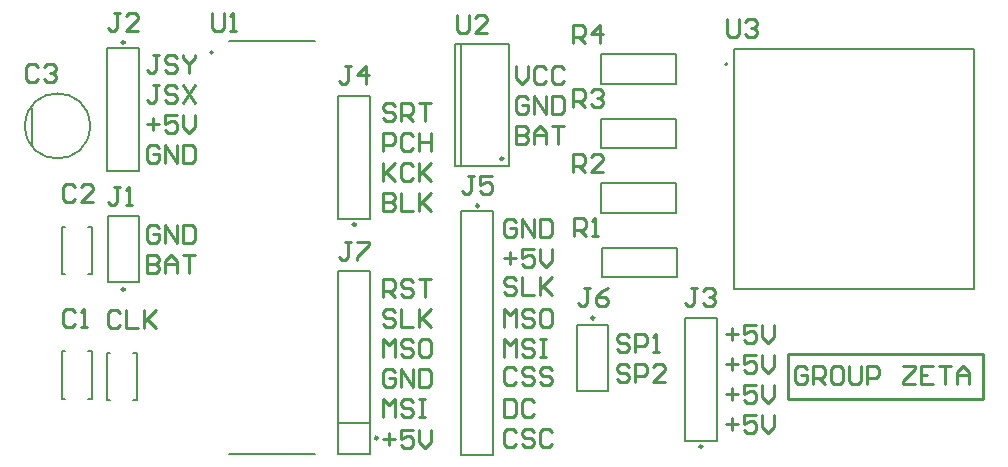
<source format=gto>
G04*
G04 #@! TF.GenerationSoftware,Altium Limited,Altium Designer,25.2.1 (25)*
G04*
G04 Layer_Color=65535*
%FSLAX25Y25*%
%MOIN*%
G70*
G04*
G04 #@! TF.SameCoordinates,D5E538CD-2188-41BB-B8E0-149CA04C5D28*
G04*
G04*
G04 #@! TF.FilePolarity,Positive*
G04*
G01*
G75*
%ADD10C,0.00787*%
%ADD11C,0.00984*%
%ADD12C,0.00591*%
%ADD13C,0.01000*%
%ADD14C,0.00500*%
D10*
X237874Y135000D02*
G03*
X237874Y135000I-394J0D01*
G01*
X66315Y139000D02*
G03*
X66315Y139000I-394J0D01*
G01*
X195783Y107079D02*
Y116921D01*
Y107079D02*
X220587D01*
Y116921D01*
X195783D02*
X220587D01*
X196098Y64079D02*
Y73921D01*
Y64079D02*
X220902D01*
Y73921D01*
X196098D02*
X220902D01*
X195783Y85579D02*
Y95421D01*
Y85579D02*
X220587D01*
Y95421D01*
X195783D02*
X220587D01*
X195783Y128579D02*
Y138421D01*
Y128579D02*
X220587D01*
Y138421D01*
X195783D02*
X220587D01*
X31303Y62516D02*
X41697D01*
Y84484D01*
X31303D02*
X41697D01*
X31303Y62516D02*
Y84484D01*
X149051Y101028D02*
Y141972D01*
X147083Y101028D02*
X165193D01*
Y141972D01*
X147083D02*
X165193D01*
X147083Y101028D02*
Y141972D01*
X6000Y108594D02*
Y120406D01*
X234295Y9409D02*
Y50591D01*
X223705Y9409D02*
X234295D01*
X223705D02*
Y50591D01*
X234295D01*
X31205Y99409D02*
Y140591D01*
X41795D01*
Y99409D02*
Y140591D01*
X31205Y99409D02*
X41795D01*
X16079Y65126D02*
X17161D01*
X24839D02*
X25921D01*
Y80874D01*
X16079D02*
X17161D01*
X24839D02*
X25921D01*
X16079Y65126D02*
Y80874D01*
X118795Y83409D02*
Y124591D01*
X108205Y83409D02*
X118795D01*
X108205D02*
Y124591D01*
X118795D01*
X31079Y23126D02*
X32161D01*
X39839D02*
X40921D01*
Y38874D01*
X31079D02*
X32161D01*
X39839D02*
X40921D01*
X31079Y23126D02*
Y38874D01*
X149205Y4909D02*
Y86091D01*
X159795D01*
Y4909D02*
Y86091D01*
X149205Y4909D02*
X159795D01*
X108106Y15500D02*
X118894D01*
X108106Y5008D02*
X118894D01*
Y65992D01*
X108106D02*
X118894D01*
X108106Y5008D02*
Y65992D01*
X16079Y23626D02*
X17161D01*
X24839D02*
X25921D01*
Y39374D01*
X16079D02*
X17161D01*
X24839D02*
X25921D01*
X16079Y23626D02*
Y39374D01*
X187803Y47984D02*
X198197D01*
X187803Y26016D02*
Y47984D01*
Y26016D02*
X198197D01*
Y47984D01*
D11*
X36992Y60016D02*
G03*
X36992Y60016I-492J0D01*
G01*
X163126Y103587D02*
G03*
X163126Y103587I-492J0D01*
G01*
X229492Y7638D02*
G03*
X229492Y7638I-492J0D01*
G01*
X36992Y142362D02*
G03*
X36992Y142362I-492J0D01*
G01*
X113992Y81638D02*
G03*
X113992Y81638I-492J0D01*
G01*
X154992Y87862D02*
G03*
X154992Y87862I-492J0D01*
G01*
X121276Y10500D02*
G03*
X121276Y10500I-492J0D01*
G01*
X193492Y50484D02*
G03*
X193492Y50484I-492J0D01*
G01*
D12*
X25390Y114500D02*
G03*
X25390Y114500I-10827J0D01*
G01*
D13*
X258000Y23500D02*
X323000D01*
X258000Y38500D02*
X323000D01*
Y23500D02*
Y38500D01*
X258000Y23500D02*
Y38500D01*
X167500Y134498D02*
Y130499D01*
X169499Y128500D01*
X171499Y130499D01*
Y134498D01*
X177497Y133498D02*
X176497Y134498D01*
X174498D01*
X173498Y133498D01*
Y129500D01*
X174498Y128500D01*
X176497D01*
X177497Y129500D01*
X183495Y133498D02*
X182495Y134498D01*
X180496D01*
X179496Y133498D01*
Y129500D01*
X180496Y128500D01*
X182495D01*
X183495Y129500D01*
X123000Y101998D02*
Y96000D01*
Y97999D01*
X126999Y101998D01*
X124000Y98999D01*
X126999Y96000D01*
X132997Y100998D02*
X131997Y101998D01*
X129998D01*
X128998Y100998D01*
Y97000D01*
X129998Y96000D01*
X131997D01*
X132997Y97000D01*
X134996Y101998D02*
Y96000D01*
Y97999D01*
X138995Y101998D01*
X135996Y98999D01*
X138995Y96000D01*
X237500Y14999D02*
X241499D01*
X239499Y16998D02*
Y13000D01*
X247497Y17998D02*
X243498D01*
Y14999D01*
X245497Y15999D01*
X246497D01*
X247497Y14999D01*
Y13000D01*
X246497Y12000D01*
X244498D01*
X243498Y13000D01*
X249496Y17998D02*
Y13999D01*
X251496Y12000D01*
X253495Y13999D01*
Y17998D01*
X167499Y32998D02*
X166499Y33998D01*
X164500D01*
X163500Y32998D01*
Y29000D01*
X164500Y28000D01*
X166499D01*
X167499Y29000D01*
X173497Y32998D02*
X172497Y33998D01*
X170498D01*
X169498Y32998D01*
Y31999D01*
X170498Y30999D01*
X172497D01*
X173497Y29999D01*
Y29000D01*
X172497Y28000D01*
X170498D01*
X169498Y29000D01*
X179495Y32998D02*
X178495Y33998D01*
X176496D01*
X175496Y32998D01*
Y31999D01*
X176496Y30999D01*
X178495D01*
X179495Y29999D01*
Y29000D01*
X178495Y28000D01*
X176496D01*
X175496Y29000D01*
X123000Y91998D02*
Y86000D01*
X125999D01*
X126999Y87000D01*
Y87999D01*
X125999Y88999D01*
X123000D01*
X125999D01*
X126999Y89999D01*
Y90998D01*
X125999Y91998D01*
X123000D01*
X128998D02*
Y86000D01*
X132997D01*
X134996Y91998D02*
Y86000D01*
Y87999D01*
X138995Y91998D01*
X135996Y88999D01*
X138995Y86000D01*
X204999Y43998D02*
X203999Y44998D01*
X202000D01*
X201000Y43998D01*
Y42999D01*
X202000Y41999D01*
X203999D01*
X204999Y40999D01*
Y40000D01*
X203999Y39000D01*
X202000D01*
X201000Y40000D01*
X206998Y39000D02*
Y44998D01*
X209997D01*
X210997Y43998D01*
Y41999D01*
X209997Y40999D01*
X206998D01*
X212996Y39000D02*
X214996D01*
X213996D01*
Y44998D01*
X212996Y43998D01*
X171499Y123498D02*
X170499Y124498D01*
X168500D01*
X167500Y123498D01*
Y119500D01*
X168500Y118500D01*
X170499D01*
X171499Y119500D01*
Y121499D01*
X169499D01*
X173498Y118500D02*
Y124498D01*
X177497Y118500D01*
Y124498D01*
X179496D02*
Y118500D01*
X182495D01*
X183495Y119500D01*
Y123498D01*
X182495Y124498D01*
X179496D01*
X163500Y70499D02*
X167499D01*
X165499Y72498D02*
Y68500D01*
X173497Y73498D02*
X169498D01*
Y70499D01*
X171497Y71499D01*
X172497D01*
X173497Y70499D01*
Y68500D01*
X172497Y67500D01*
X170498D01*
X169498Y68500D01*
X175496Y73498D02*
Y69499D01*
X177496Y67500D01*
X179495Y69499D01*
Y73498D01*
X48499Y106998D02*
X47499Y107998D01*
X45500D01*
X44500Y106998D01*
Y103000D01*
X45500Y102000D01*
X47499D01*
X48499Y103000D01*
Y104999D01*
X46499D01*
X50498Y102000D02*
Y107998D01*
X54497Y102000D01*
Y107998D01*
X56496D02*
Y102000D01*
X59495D01*
X60495Y103000D01*
Y106998D01*
X59495Y107998D01*
X56496D01*
X167500Y114498D02*
Y108500D01*
X170499D01*
X171499Y109500D01*
Y110499D01*
X170499Y111499D01*
X167500D01*
X170499D01*
X171499Y112499D01*
Y113498D01*
X170499Y114498D01*
X167500D01*
X173498Y108500D02*
Y112499D01*
X175497Y114498D01*
X177497Y112499D01*
Y108500D01*
Y111499D01*
X173498D01*
X179496Y114498D02*
X183495D01*
X181495D01*
Y108500D01*
X167499Y12498D02*
X166499Y13498D01*
X164500D01*
X163500Y12498D01*
Y8500D01*
X164500Y7500D01*
X166499D01*
X167499Y8500D01*
X173497Y12498D02*
X172497Y13498D01*
X170498D01*
X169498Y12498D01*
Y11499D01*
X170498Y10499D01*
X172497D01*
X173497Y9499D01*
Y8500D01*
X172497Y7500D01*
X170498D01*
X169498Y8500D01*
X179495Y12498D02*
X178495Y13498D01*
X176496D01*
X175496Y12498D01*
Y8500D01*
X176496Y7500D01*
X178495D01*
X179495Y8500D01*
X167499Y82498D02*
X166499Y83498D01*
X164500D01*
X163500Y82498D01*
Y78500D01*
X164500Y77500D01*
X166499D01*
X167499Y78500D01*
Y80499D01*
X165499D01*
X169498Y77500D02*
Y83498D01*
X173497Y77500D01*
Y83498D01*
X175496D02*
Y77500D01*
X178495D01*
X179495Y78500D01*
Y82498D01*
X178495Y83498D01*
X175496D01*
X163500Y47500D02*
Y53498D01*
X165499Y51499D01*
X167499Y53498D01*
Y47500D01*
X173497Y52498D02*
X172497Y53498D01*
X170498D01*
X169498Y52498D01*
Y51499D01*
X170498Y50499D01*
X172497D01*
X173497Y49499D01*
Y48500D01*
X172497Y47500D01*
X170498D01*
X169498Y48500D01*
X178495Y53498D02*
X176496D01*
X175496Y52498D01*
Y48500D01*
X176496Y47500D01*
X178495D01*
X179495Y48500D01*
Y52498D01*
X178495Y53498D01*
X237500Y44999D02*
X241499D01*
X239499Y46998D02*
Y43000D01*
X247497Y47998D02*
X243498D01*
Y44999D01*
X245497Y45999D01*
X246497D01*
X247497Y44999D01*
Y43000D01*
X246497Y42000D01*
X244498D01*
X243498Y43000D01*
X249496Y47998D02*
Y43999D01*
X251496Y42000D01*
X253495Y43999D01*
Y47998D01*
X123000Y106000D02*
Y111998D01*
X125999D01*
X126999Y110998D01*
Y108999D01*
X125999Y107999D01*
X123000D01*
X132997Y110998D02*
X131997Y111998D01*
X129998D01*
X128998Y110998D01*
Y107000D01*
X129998Y106000D01*
X131997D01*
X132997Y107000D01*
X134996Y111998D02*
Y106000D01*
Y108999D01*
X138995D01*
Y111998D01*
Y106000D01*
X237500Y34999D02*
X241499D01*
X239499Y36998D02*
Y33000D01*
X247497Y37998D02*
X243498D01*
Y34999D01*
X245497Y35999D01*
X246497D01*
X247497Y34999D01*
Y33000D01*
X246497Y32000D01*
X244498D01*
X243498Y33000D01*
X249496Y37998D02*
Y33999D01*
X251496Y32000D01*
X253495Y33999D01*
Y37998D01*
X126999Y32498D02*
X125999Y33498D01*
X124000D01*
X123000Y32498D01*
Y28500D01*
X124000Y27500D01*
X125999D01*
X126999Y28500D01*
Y30499D01*
X124999D01*
X128998Y27500D02*
Y33498D01*
X132997Y27500D01*
Y33498D01*
X134996D02*
Y27500D01*
X137995D01*
X138995Y28500D01*
Y32498D01*
X137995Y33498D01*
X134996D01*
X48499Y137998D02*
X46499D01*
X47499D01*
Y133000D01*
X46499Y132000D01*
X45500D01*
X44500Y133000D01*
X54497Y136998D02*
X53497Y137998D01*
X51498D01*
X50498Y136998D01*
Y135999D01*
X51498Y134999D01*
X53497D01*
X54497Y133999D01*
Y133000D01*
X53497Y132000D01*
X51498D01*
X50498Y133000D01*
X56496Y137998D02*
Y136998D01*
X58495Y134999D01*
X60495Y136998D01*
Y137998D01*
X58495Y134999D02*
Y132000D01*
X264499Y33498D02*
X263499Y34498D01*
X261500D01*
X260500Y33498D01*
Y29500D01*
X261500Y28500D01*
X263499D01*
X264499Y29500D01*
Y31499D01*
X262499D01*
X266498Y28500D02*
Y34498D01*
X269497D01*
X270497Y33498D01*
Y31499D01*
X269497Y30499D01*
X266498D01*
X268497D02*
X270497Y28500D01*
X275495Y34498D02*
X273496D01*
X272496Y33498D01*
Y29500D01*
X273496Y28500D01*
X275495D01*
X276495Y29500D01*
Y33498D01*
X275495Y34498D01*
X278494D02*
Y29500D01*
X279494Y28500D01*
X281493D01*
X282493Y29500D01*
Y34498D01*
X284492Y28500D02*
Y34498D01*
X287491D01*
X288491Y33498D01*
Y31499D01*
X287491Y30499D01*
X284492D01*
X296488Y34498D02*
X300487D01*
Y33498D01*
X296488Y29500D01*
Y28500D01*
X300487D01*
X306485Y34498D02*
X302486D01*
Y28500D01*
X306485D01*
X302486Y31499D02*
X304486D01*
X308485Y34498D02*
X312483D01*
X310484D01*
Y28500D01*
X314482D02*
Y32499D01*
X316482Y34498D01*
X318481Y32499D01*
Y28500D01*
Y31499D01*
X314482D01*
X163500Y23498D02*
Y17500D01*
X166499D01*
X167499Y18500D01*
Y22498D01*
X166499Y23498D01*
X163500D01*
X173497Y22498D02*
X172497Y23498D01*
X170498D01*
X169498Y22498D01*
Y18500D01*
X170498Y17500D01*
X172497D01*
X173497Y18500D01*
X123000Y17500D02*
Y23498D01*
X124999Y21499D01*
X126999Y23498D01*
Y17500D01*
X132997Y22498D02*
X131997Y23498D01*
X129998D01*
X128998Y22498D01*
Y21499D01*
X129998Y20499D01*
X131997D01*
X132997Y19499D01*
Y18500D01*
X131997Y17500D01*
X129998D01*
X128998Y18500D01*
X134996Y23498D02*
X136995D01*
X135996D01*
Y17500D01*
X134996D01*
X136995D01*
X167499Y62998D02*
X166499Y63998D01*
X164500D01*
X163500Y62998D01*
Y61999D01*
X164500Y60999D01*
X166499D01*
X167499Y59999D01*
Y59000D01*
X166499Y58000D01*
X164500D01*
X163500Y59000D01*
X169498Y63998D02*
Y58000D01*
X173497D01*
X175496Y63998D02*
Y58000D01*
Y59999D01*
X179495Y63998D01*
X176496Y60999D01*
X179495Y58000D01*
X48499Y80498D02*
X47499Y81498D01*
X45500D01*
X44500Y80498D01*
Y76500D01*
X45500Y75500D01*
X47499D01*
X48499Y76500D01*
Y78499D01*
X46499D01*
X50498Y75500D02*
Y81498D01*
X54497Y75500D01*
Y81498D01*
X56496D02*
Y75500D01*
X59495D01*
X60495Y76500D01*
Y80498D01*
X59495Y81498D01*
X56496D01*
X44500Y71498D02*
Y65500D01*
X47499D01*
X48499Y66500D01*
Y67499D01*
X47499Y68499D01*
X44500D01*
X47499D01*
X48499Y69499D01*
Y70498D01*
X47499Y71498D01*
X44500D01*
X50498Y65500D02*
Y69499D01*
X52497Y71498D01*
X54497Y69499D01*
Y65500D01*
Y68499D01*
X50498D01*
X56496Y71498D02*
X60495D01*
X58495D01*
Y65500D01*
X123000Y57500D02*
Y63498D01*
X125999D01*
X126999Y62498D01*
Y60499D01*
X125999Y59499D01*
X123000D01*
X124999D02*
X126999Y57500D01*
X132997Y62498D02*
X131997Y63498D01*
X129998D01*
X128998Y62498D01*
Y61499D01*
X129998Y60499D01*
X131997D01*
X132997Y59499D01*
Y58500D01*
X131997Y57500D01*
X129998D01*
X128998Y58500D01*
X134996Y63498D02*
X138995D01*
X136995D01*
Y57500D01*
X126999Y52498D02*
X125999Y53498D01*
X124000D01*
X123000Y52498D01*
Y51499D01*
X124000Y50499D01*
X125999D01*
X126999Y49499D01*
Y48500D01*
X125999Y47500D01*
X124000D01*
X123000Y48500D01*
X128998Y53498D02*
Y47500D01*
X132997D01*
X134996Y53498D02*
Y47500D01*
Y49499D01*
X138995Y53498D01*
X135996Y50499D01*
X138995Y47500D01*
X123000Y37500D02*
Y43498D01*
X124999Y41499D01*
X126999Y43498D01*
Y37500D01*
X132997Y42498D02*
X131997Y43498D01*
X129998D01*
X128998Y42498D01*
Y41499D01*
X129998Y40499D01*
X131997D01*
X132997Y39499D01*
Y38500D01*
X131997Y37500D01*
X129998D01*
X128998Y38500D01*
X137995Y43498D02*
X135996D01*
X134996Y42498D01*
Y38500D01*
X135996Y37500D01*
X137995D01*
X138995Y38500D01*
Y42498D01*
X137995Y43498D01*
X237500Y24999D02*
X241499D01*
X239499Y26998D02*
Y23000D01*
X247497Y27998D02*
X243498D01*
Y24999D01*
X245497Y25999D01*
X246497D01*
X247497Y24999D01*
Y23000D01*
X246497Y22000D01*
X244498D01*
X243498Y23000D01*
X249496Y27998D02*
Y23999D01*
X251496Y22000D01*
X253495Y23999D01*
Y27998D01*
X123000Y9999D02*
X126999D01*
X124999Y11998D02*
Y8000D01*
X132997Y12998D02*
X128998D01*
Y9999D01*
X130997Y10999D01*
X131997D01*
X132997Y9999D01*
Y8000D01*
X131997Y7000D01*
X129998D01*
X128998Y8000D01*
X134996Y12998D02*
Y8999D01*
X136995Y7000D01*
X138995Y8999D01*
Y12998D01*
X163500Y37500D02*
Y43498D01*
X165499Y41499D01*
X167499Y43498D01*
Y37500D01*
X173497Y42498D02*
X172497Y43498D01*
X170498D01*
X169498Y42498D01*
Y41499D01*
X170498Y40499D01*
X172497D01*
X173497Y39499D01*
Y38500D01*
X172497Y37500D01*
X170498D01*
X169498Y38500D01*
X175496Y43498D02*
X177496D01*
X176496D01*
Y37500D01*
X175496D01*
X177496D01*
X48499Y127998D02*
X46499D01*
X47499D01*
Y123000D01*
X46499Y122000D01*
X45500D01*
X44500Y123000D01*
X54497Y126998D02*
X53497Y127998D01*
X51498D01*
X50498Y126998D01*
Y125999D01*
X51498Y124999D01*
X53497D01*
X54497Y123999D01*
Y123000D01*
X53497Y122000D01*
X51498D01*
X50498Y123000D01*
X56496Y127998D02*
X60495Y122000D01*
Y127998D02*
X56496Y122000D01*
X204999Y33998D02*
X203999Y34998D01*
X202000D01*
X201000Y33998D01*
Y32999D01*
X202000Y31999D01*
X203999D01*
X204999Y30999D01*
Y30000D01*
X203999Y29000D01*
X202000D01*
X201000Y30000D01*
X206998Y29000D02*
Y34998D01*
X209997D01*
X210997Y33998D01*
Y31999D01*
X209997Y30999D01*
X206998D01*
X216995Y29000D02*
X212996D01*
X216995Y32999D01*
Y33998D01*
X215995Y34998D01*
X213996D01*
X212996Y33998D01*
X44500Y114999D02*
X48499D01*
X46499Y116998D02*
Y113000D01*
X54497Y117998D02*
X50498D01*
Y114999D01*
X52497Y115999D01*
X53497D01*
X54497Y114999D01*
Y113000D01*
X53497Y112000D01*
X51498D01*
X50498Y113000D01*
X56496Y117998D02*
Y113999D01*
X58495Y112000D01*
X60495Y113999D01*
Y117998D01*
X126999Y120998D02*
X125999Y121998D01*
X124000D01*
X123000Y120998D01*
Y119999D01*
X124000Y118999D01*
X125999D01*
X126999Y117999D01*
Y117000D01*
X125999Y116000D01*
X124000D01*
X123000Y117000D01*
X128998Y116000D02*
Y121998D01*
X131997D01*
X132997Y120998D01*
Y118999D01*
X131997Y117999D01*
X128998D01*
X130997D02*
X132997Y116000D01*
X134996Y121998D02*
X138995D01*
X136995D01*
Y116000D01*
X186300Y120700D02*
Y126698D01*
X189299D01*
X190299Y125698D01*
Y123699D01*
X189299Y122699D01*
X186300D01*
X188299D02*
X190299Y120700D01*
X192298Y125698D02*
X193298Y126698D01*
X195297D01*
X196297Y125698D01*
Y124699D01*
X195297Y123699D01*
X194297D01*
X195297D01*
X196297Y122699D01*
Y121700D01*
X195297Y120700D01*
X193298D01*
X192298Y121700D01*
X186600Y77700D02*
Y83698D01*
X189599D01*
X190599Y82698D01*
Y80699D01*
X189599Y79699D01*
X186600D01*
X188599D02*
X190599Y77700D01*
X192598D02*
X194597D01*
X193598D01*
Y83698D01*
X192598Y82698D01*
X186300Y99200D02*
Y105198D01*
X189299D01*
X190299Y104198D01*
Y102199D01*
X189299Y101199D01*
X186300D01*
X188299D02*
X190299Y99200D01*
X196297D02*
X192298D01*
X196297Y103199D01*
Y104198D01*
X195297Y105198D01*
X193298D01*
X192298Y104198D01*
X186300Y142200D02*
Y148198D01*
X189299D01*
X190299Y147198D01*
Y145199D01*
X189299Y144199D01*
X186300D01*
X188299D02*
X190299Y142200D01*
X195297D02*
Y148198D01*
X192298Y145199D01*
X196297D01*
X237700Y150098D02*
Y145100D01*
X238700Y144100D01*
X240699D01*
X241699Y145100D01*
Y150098D01*
X243698Y149098D02*
X244698Y150098D01*
X246697D01*
X247697Y149098D01*
Y148099D01*
X246697Y147099D01*
X245697D01*
X246697D01*
X247697Y146099D01*
Y145100D01*
X246697Y144100D01*
X244698D01*
X243698Y145100D01*
X66100Y152298D02*
Y147300D01*
X67100Y146300D01*
X69099D01*
X70099Y147300D01*
Y152298D01*
X72098Y146300D02*
X74097D01*
X73098D01*
Y152298D01*
X72098Y151298D01*
X35499Y94298D02*
X33499D01*
X34499D01*
Y89300D01*
X33499Y88300D01*
X32500D01*
X31500Y89300D01*
X37498Y88300D02*
X39497D01*
X38498D01*
Y94298D01*
X37498Y93298D01*
X147700Y151398D02*
Y146400D01*
X148700Y145400D01*
X150699D01*
X151699Y146400D01*
Y151398D01*
X157697Y145400D02*
X153698D01*
X157697Y149399D01*
Y150398D01*
X156697Y151398D01*
X154698D01*
X153698Y150398D01*
X7899Y134098D02*
X6899Y135098D01*
X4900D01*
X3900Y134098D01*
Y130100D01*
X4900Y129100D01*
X6899D01*
X7899Y130100D01*
X9898Y134098D02*
X10898Y135098D01*
X12897D01*
X13897Y134098D01*
Y133099D01*
X12897Y132099D01*
X11897D01*
X12897D01*
X13897Y131099D01*
Y130100D01*
X12897Y129100D01*
X10898D01*
X9898Y130100D01*
X227799Y60498D02*
X225799D01*
X226799D01*
Y55500D01*
X225799Y54500D01*
X224800D01*
X223800Y55500D01*
X229798Y59498D02*
X230798Y60498D01*
X232797D01*
X233797Y59498D01*
Y58499D01*
X232797Y57499D01*
X231797D01*
X232797D01*
X233797Y56499D01*
Y55500D01*
X232797Y54500D01*
X230798D01*
X229798Y55500D01*
X35299Y152298D02*
X33299D01*
X34299D01*
Y147300D01*
X33299Y146300D01*
X32300D01*
X31300Y147300D01*
X41297Y146300D02*
X37298D01*
X41297Y150299D01*
Y151298D01*
X40297Y152298D01*
X38298D01*
X37298Y151298D01*
X20299Y93998D02*
X19299Y94998D01*
X17300D01*
X16300Y93998D01*
Y90000D01*
X17300Y89000D01*
X19299D01*
X20299Y90000D01*
X26297Y89000D02*
X22298D01*
X26297Y92999D01*
Y93998D01*
X25297Y94998D01*
X23298D01*
X22298Y93998D01*
X112299Y134498D02*
X110299D01*
X111299D01*
Y129500D01*
X110299Y128500D01*
X109300D01*
X108300Y129500D01*
X117297Y128500D02*
Y134498D01*
X114298Y131499D01*
X118297D01*
X35299Y51998D02*
X34299Y52998D01*
X32300D01*
X31300Y51998D01*
Y48000D01*
X32300Y47000D01*
X34299D01*
X35299Y48000D01*
X37298Y52998D02*
Y47000D01*
X41297D01*
X43296Y52998D02*
Y47000D01*
Y48999D01*
X47295Y52998D01*
X44296Y49999D01*
X47295Y47000D01*
X153299Y97798D02*
X151299D01*
X152299D01*
Y92800D01*
X151299Y91800D01*
X150300D01*
X149300Y92800D01*
X159297Y97798D02*
X155298D01*
Y94799D01*
X157297Y95799D01*
X158297D01*
X159297Y94799D01*
Y92800D01*
X158297Y91800D01*
X156298D01*
X155298Y92800D01*
X112299Y75798D02*
X110299D01*
X111299D01*
Y70800D01*
X110299Y69800D01*
X109300D01*
X108300Y70800D01*
X114298Y75798D02*
X118297D01*
Y74798D01*
X114298Y70800D01*
Y69800D01*
X20299Y52498D02*
X19299Y53498D01*
X17300D01*
X16300Y52498D01*
Y48500D01*
X17300Y47500D01*
X19299D01*
X20299Y48500D01*
X22298Y47500D02*
X24297D01*
X23298D01*
Y53498D01*
X22298Y52498D01*
X191999Y60498D02*
X189999D01*
X190999D01*
Y55500D01*
X189999Y54500D01*
X189000D01*
X188000Y55500D01*
X197997Y60498D02*
X195997Y59498D01*
X193998Y57499D01*
Y55500D01*
X194998Y54500D01*
X196997D01*
X197997Y55500D01*
Y56499D01*
X196997Y57499D01*
X193998D01*
D14*
X240000Y60000D02*
Y140000D01*
X320000D01*
Y60000D02*
Y140000D01*
X240000Y60000D02*
X320000D01*
X71750Y142720D02*
X100250D01*
X71750Y5280D02*
X100250D01*
M02*

</source>
